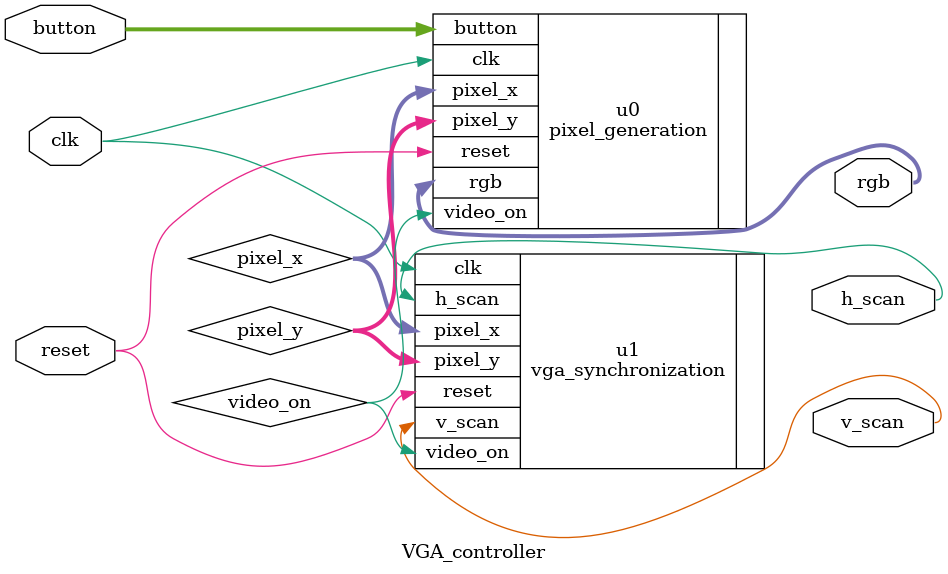
<source format=v>
`timescale 1ns / 1ps
module VGA_controller( clk, reset, rgb, h_scan, v_scan, button );

	input         clk, reset;
	input  [1:0]  button;
	
	output [11:0] rgb;
	output        h_scan, v_scan;
	
	wire   [9:0] pixel_x, pixel_y;
	wire         video_on;
	
	
	                     //	 clk, reset, h_scan, v_scan, pixel_x, pixel_y, video_on
	
	vga_synchronization u1 ( .clk(clk), .reset(reset), .h_scan(h_scan), .v_scan(v_scan),
	                         .pixel_x(pixel_x), .pixel_y(pixel_y), .video_on(video_on));
	
							  //   clk, reset, rgb, pixel_x, pixel_y, video_on, button
							 
	pixel_generation    u0 ( .clk(clk), .reset(reset), .rgb(rgb), .pixel_x(pixel_x),
	                         .pixel_y(pixel_y), .video_on(video_on), .button(button));


endmodule

</source>
